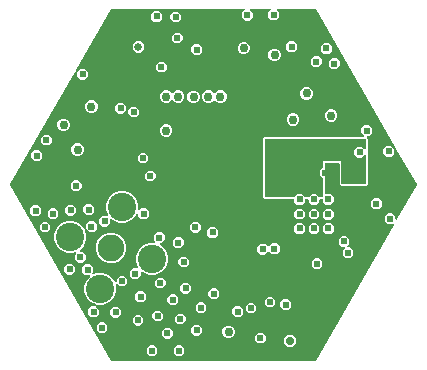
<source format=gbr>
G04 EAGLE Gerber X2 export*
%TF.Part,Single*%
%TF.FileFunction,Copper,L3,Inr,Mixed*%
%TF.FilePolarity,Positive*%
%TF.GenerationSoftware,Autodesk,EAGLE,8.6.3*%
%TF.CreationDate,2018-03-24T11:36:11Z*%
G75*
%MOMM*%
%FSLAX34Y34*%
%LPD*%
%AMOC8*
5,1,8,0,0,1.08239X$1,22.5*%
G01*
%ADD10C,2.400000*%
%ADD11C,2.250000*%
%ADD12C,0.762000*%
%ADD13C,0.609600*%
%ADD14C,0.660400*%
%ADD15C,0.711200*%

G36*
X258855Y755D02*
X258855Y755D01*
X258859Y755D01*
X258987Y775D01*
X259114Y795D01*
X259118Y796D01*
X259121Y797D01*
X259238Y854D01*
X259354Y910D01*
X259356Y913D01*
X259360Y914D01*
X259369Y925D01*
X259548Y1092D01*
X259590Y1166D01*
X259621Y1199D01*
X325848Y115912D01*
X325855Y115928D01*
X325865Y115942D01*
X325903Y116052D01*
X325945Y116160D01*
X325947Y116177D01*
X325952Y116193D01*
X325956Y116309D01*
X325965Y116425D01*
X325961Y116442D01*
X325962Y116459D01*
X325931Y116571D01*
X325905Y116684D01*
X325896Y116699D01*
X325892Y116715D01*
X325829Y116813D01*
X325771Y116913D01*
X325758Y116925D01*
X325749Y116940D01*
X325660Y117015D01*
X325575Y117093D01*
X325560Y117100D01*
X325546Y117112D01*
X325439Y117157D01*
X325335Y117207D01*
X325318Y117209D01*
X325302Y117216D01*
X325186Y117228D01*
X325072Y117244D01*
X325055Y117242D01*
X325037Y117244D01*
X324924Y117221D01*
X324809Y117202D01*
X324794Y117195D01*
X324777Y117191D01*
X324742Y117169D01*
X324571Y117085D01*
X324518Y117027D01*
X324451Y116984D01*
X324446Y116979D01*
X320658Y116979D01*
X317979Y119658D01*
X317979Y123446D01*
X320658Y126125D01*
X324446Y126125D01*
X327125Y123446D01*
X327125Y121438D01*
X327130Y121404D01*
X327127Y121369D01*
X327150Y121273D01*
X327165Y121175D01*
X327180Y121144D01*
X327187Y121110D01*
X327237Y121025D01*
X327280Y120936D01*
X327304Y120910D01*
X327321Y120881D01*
X327394Y120814D01*
X327462Y120741D01*
X327492Y120724D01*
X327517Y120701D01*
X327606Y120659D01*
X327692Y120609D01*
X327726Y120602D01*
X327757Y120587D01*
X327855Y120573D01*
X327952Y120552D01*
X327986Y120554D01*
X328020Y120550D01*
X328118Y120565D01*
X328217Y120573D01*
X328249Y120586D01*
X328283Y120592D01*
X328372Y120635D01*
X328464Y120672D01*
X328490Y120694D01*
X328521Y120709D01*
X328557Y120748D01*
X328670Y120840D01*
X328746Y120955D01*
X328782Y120994D01*
X345272Y149556D01*
X345274Y149559D01*
X345276Y149562D01*
X345299Y149624D01*
X345320Y149660D01*
X345330Y149702D01*
X345369Y149803D01*
X345369Y149807D01*
X345371Y149811D01*
X345378Y149919D01*
X345378Y149920D01*
X345378Y149921D01*
X345379Y149939D01*
X345388Y150069D01*
X345388Y150072D01*
X345388Y150076D01*
X345384Y150089D01*
X345329Y150327D01*
X345286Y150401D01*
X345272Y150444D01*
X327766Y180766D01*
X327745Y180793D01*
X327730Y180824D01*
X327662Y180897D01*
X327600Y180974D01*
X327572Y180993D01*
X327548Y181018D01*
X327462Y181068D01*
X327380Y181123D01*
X327347Y181133D01*
X327340Y181137D01*
X327342Y181165D01*
X327354Y181282D01*
X327351Y181299D01*
X327352Y181316D01*
X327340Y181356D01*
X327302Y181542D01*
X327260Y181609D01*
X327236Y181684D01*
X259621Y298801D01*
X259618Y298804D01*
X259617Y298808D01*
X259535Y298908D01*
X259455Y299009D01*
X259452Y299011D01*
X259449Y299014D01*
X259340Y299087D01*
X259235Y299158D01*
X259231Y299159D01*
X259228Y299161D01*
X259214Y299164D01*
X258981Y299236D01*
X258896Y299235D01*
X258851Y299245D01*
X227384Y299245D01*
X227333Y299238D01*
X227281Y299239D01*
X227202Y299218D01*
X227121Y299205D01*
X227075Y299183D01*
X227025Y299169D01*
X226956Y299125D01*
X226882Y299090D01*
X226844Y299055D01*
X226801Y299027D01*
X226747Y298964D01*
X226688Y298908D01*
X226662Y298864D01*
X226628Y298824D01*
X226596Y298749D01*
X226556Y298678D01*
X226544Y298627D01*
X226524Y298580D01*
X226516Y298498D01*
X226498Y298418D01*
X226502Y298367D01*
X226497Y298315D01*
X226513Y298235D01*
X226519Y298153D01*
X226539Y298105D01*
X226549Y298055D01*
X226576Y298011D01*
X226618Y297906D01*
X226731Y297767D01*
X226756Y297729D01*
X228573Y295912D01*
X228573Y292124D01*
X225894Y289445D01*
X222106Y289445D01*
X219427Y292124D01*
X219427Y295912D01*
X221244Y297729D01*
X221269Y297762D01*
X221274Y297767D01*
X221277Y297773D01*
X221312Y297806D01*
X221353Y297877D01*
X221402Y297943D01*
X221419Y297992D01*
X221444Y298036D01*
X221462Y298116D01*
X221489Y298194D01*
X221491Y298246D01*
X221502Y298296D01*
X221496Y298378D01*
X221498Y298460D01*
X221485Y298509D01*
X221481Y298561D01*
X221450Y298637D01*
X221428Y298716D01*
X221401Y298760D01*
X221382Y298808D01*
X221330Y298871D01*
X221286Y298940D01*
X221247Y298974D01*
X221214Y299014D01*
X221146Y299059D01*
X221083Y299112D01*
X221036Y299133D01*
X220993Y299161D01*
X220942Y299173D01*
X220839Y299217D01*
X220660Y299235D01*
X220616Y299245D01*
X205032Y299245D01*
X204981Y299238D01*
X204929Y299239D01*
X204850Y299218D01*
X204769Y299205D01*
X204723Y299183D01*
X204673Y299169D01*
X204604Y299125D01*
X204530Y299090D01*
X204492Y299055D01*
X204449Y299027D01*
X204395Y298964D01*
X204336Y298908D01*
X204310Y298864D01*
X204276Y298824D01*
X204244Y298749D01*
X204204Y298678D01*
X204192Y298627D01*
X204172Y298580D01*
X204164Y298498D01*
X204146Y298418D01*
X204150Y298367D01*
X204145Y298315D01*
X204161Y298235D01*
X204167Y298153D01*
X204187Y298105D01*
X204197Y298055D01*
X204224Y298011D01*
X204266Y297906D01*
X204379Y297767D01*
X204404Y297729D01*
X206475Y295658D01*
X206475Y291870D01*
X203796Y289191D01*
X200008Y289191D01*
X197329Y291870D01*
X197329Y295658D01*
X199400Y297729D01*
X199425Y297762D01*
X199430Y297767D01*
X199433Y297773D01*
X199468Y297806D01*
X199509Y297877D01*
X199558Y297943D01*
X199575Y297992D01*
X199600Y298036D01*
X199618Y298116D01*
X199645Y298194D01*
X199647Y298246D01*
X199658Y298296D01*
X199652Y298378D01*
X199654Y298460D01*
X199641Y298509D01*
X199637Y298561D01*
X199606Y298637D01*
X199584Y298716D01*
X199557Y298760D01*
X199538Y298808D01*
X199486Y298871D01*
X199442Y298940D01*
X199403Y298974D01*
X199370Y299014D01*
X199302Y299059D01*
X199239Y299112D01*
X199192Y299133D01*
X199149Y299161D01*
X199098Y299173D01*
X198995Y299217D01*
X198816Y299235D01*
X198772Y299245D01*
X87549Y299245D01*
X87545Y299245D01*
X87541Y299245D01*
X87413Y299225D01*
X87286Y299205D01*
X87282Y299204D01*
X87279Y299203D01*
X87162Y299146D01*
X87046Y299090D01*
X87044Y299087D01*
X87040Y299086D01*
X87031Y299075D01*
X86852Y298908D01*
X86830Y298870D01*
X86809Y298834D01*
X86779Y298801D01*
X56981Y247187D01*
X56975Y247171D01*
X56964Y247157D01*
X56926Y247048D01*
X56884Y246940D01*
X56883Y246922D01*
X56877Y246906D01*
X56873Y246790D01*
X56865Y246675D01*
X56868Y246658D01*
X56868Y246640D01*
X56898Y246528D01*
X56924Y246416D01*
X56933Y246401D01*
X56938Y246384D01*
X56977Y246322D01*
X56890Y246308D01*
X56791Y246300D01*
X56759Y246287D01*
X56725Y246281D01*
X56636Y246238D01*
X56544Y246201D01*
X56518Y246179D01*
X56487Y246164D01*
X56451Y246125D01*
X56338Y246033D01*
X56262Y245918D01*
X56226Y245879D01*
X1128Y150444D01*
X1126Y150441D01*
X1124Y150438D01*
X1078Y150318D01*
X1031Y150197D01*
X1031Y150193D01*
X1029Y150189D01*
X1021Y150061D01*
X1012Y149932D01*
X1012Y149928D01*
X1012Y149924D01*
X1016Y149911D01*
X1042Y149801D01*
X1044Y149777D01*
X1052Y149756D01*
X1071Y149673D01*
X1114Y149599D01*
X1128Y149556D01*
X86779Y1199D01*
X86782Y1196D01*
X86783Y1192D01*
X86865Y1091D01*
X86945Y991D01*
X86948Y989D01*
X86951Y986D01*
X87060Y913D01*
X87165Y842D01*
X87169Y841D01*
X87172Y839D01*
X87186Y836D01*
X87419Y764D01*
X87504Y765D01*
X87549Y755D01*
X258851Y755D01*
X258855Y755D01*
G37*
%LPC*%
G36*
X244204Y133235D02*
X244204Y133235D01*
X241525Y135914D01*
X241525Y137173D01*
X241510Y137275D01*
X241502Y137377D01*
X241490Y137405D01*
X241485Y137436D01*
X241441Y137528D01*
X241403Y137624D01*
X241383Y137647D01*
X241370Y137675D01*
X241300Y137750D01*
X241235Y137830D01*
X241209Y137847D01*
X241188Y137869D01*
X241099Y137920D01*
X241014Y137977D01*
X240990Y137983D01*
X240958Y138001D01*
X240698Y138059D01*
X240660Y138056D01*
X240637Y138061D01*
X216195Y138061D01*
X214855Y139401D01*
X214855Y189047D01*
X216195Y190387D01*
X299970Y190387D01*
X300021Y190394D01*
X300073Y190393D01*
X300152Y190414D01*
X300233Y190427D01*
X300279Y190449D01*
X300329Y190463D01*
X300398Y190507D01*
X300472Y190542D01*
X300510Y190577D01*
X300553Y190605D01*
X300607Y190668D01*
X300666Y190724D01*
X300692Y190768D01*
X300726Y190808D01*
X300758Y190883D01*
X300798Y190954D01*
X300810Y191005D01*
X300830Y191052D01*
X300838Y191134D01*
X300856Y191214D01*
X300852Y191265D01*
X300857Y191317D01*
X300841Y191397D01*
X300835Y191479D01*
X300815Y191527D01*
X300805Y191577D01*
X300778Y191621D01*
X300736Y191726D01*
X300623Y191865D01*
X300598Y191903D01*
X298421Y194080D01*
X298421Y197868D01*
X301100Y200547D01*
X304888Y200547D01*
X307567Y197868D01*
X307567Y194080D01*
X304888Y191401D01*
X303547Y191401D01*
X303496Y191394D01*
X303444Y191395D01*
X303365Y191374D01*
X303284Y191361D01*
X303238Y191339D01*
X303188Y191325D01*
X303119Y191281D01*
X303045Y191246D01*
X303007Y191211D01*
X302964Y191183D01*
X302911Y191120D01*
X302851Y191064D01*
X302825Y191020D01*
X302792Y190980D01*
X302759Y190905D01*
X302719Y190834D01*
X302707Y190783D01*
X302687Y190736D01*
X302679Y190654D01*
X302661Y190574D01*
X302665Y190523D01*
X302660Y190471D01*
X302676Y190391D01*
X302683Y190309D01*
X302702Y190261D01*
X302712Y190211D01*
X302740Y190167D01*
X302782Y190062D01*
X302895Y189923D01*
X302919Y189885D01*
X303757Y189047D01*
X303757Y150577D01*
X302417Y149237D01*
X281219Y149237D01*
X279879Y150577D01*
X279879Y167653D01*
X279864Y167755D01*
X279856Y167857D01*
X279844Y167885D01*
X279839Y167916D01*
X279795Y168008D01*
X279757Y168104D01*
X279737Y168127D01*
X279724Y168155D01*
X279654Y168230D01*
X279589Y168310D01*
X279563Y168327D01*
X279542Y168349D01*
X279453Y168400D01*
X279368Y168457D01*
X279344Y168463D01*
X279312Y168481D01*
X279052Y168539D01*
X279014Y168536D01*
X278991Y168541D01*
X268323Y168541D01*
X268221Y168526D01*
X268119Y168518D01*
X268091Y168506D01*
X268060Y168501D01*
X267968Y168457D01*
X267872Y168419D01*
X267849Y168399D01*
X267821Y168386D01*
X267746Y168316D01*
X267666Y168251D01*
X267649Y168225D01*
X267627Y168204D01*
X267576Y168115D01*
X267519Y168030D01*
X267513Y168006D01*
X267495Y167974D01*
X267437Y167714D01*
X267440Y167676D01*
X267435Y167653D01*
X267435Y143269D01*
X267450Y143167D01*
X267458Y143065D01*
X267470Y143037D01*
X267475Y143006D01*
X267519Y142914D01*
X267557Y142818D01*
X267577Y142795D01*
X267590Y142767D01*
X267660Y142692D01*
X267725Y142612D01*
X267751Y142595D01*
X267772Y142573D01*
X267861Y142522D01*
X267946Y142465D01*
X267970Y142459D01*
X268002Y142441D01*
X268262Y142383D01*
X268300Y142386D01*
X268323Y142381D01*
X272122Y142381D01*
X274801Y139702D01*
X274801Y135914D01*
X272122Y133235D01*
X268334Y133235D01*
X265655Y135914D01*
X265655Y137173D01*
X265640Y137275D01*
X265632Y137377D01*
X265620Y137405D01*
X265615Y137436D01*
X265571Y137528D01*
X265533Y137624D01*
X265513Y137647D01*
X265500Y137675D01*
X265430Y137750D01*
X265365Y137830D01*
X265339Y137847D01*
X265318Y137869D01*
X265229Y137920D01*
X265144Y137977D01*
X265120Y137983D01*
X265088Y138001D01*
X264828Y138059D01*
X264790Y138056D01*
X264767Y138061D01*
X263751Y138061D01*
X263649Y138046D01*
X263547Y138038D01*
X263519Y138026D01*
X263488Y138021D01*
X263396Y137977D01*
X263300Y137939D01*
X263277Y137919D01*
X263249Y137906D01*
X263174Y137836D01*
X263094Y137771D01*
X263077Y137745D01*
X263055Y137724D01*
X263004Y137635D01*
X262947Y137550D01*
X262941Y137526D01*
X262923Y137494D01*
X262865Y137234D01*
X262868Y137196D01*
X262863Y137173D01*
X262863Y135914D01*
X260184Y133235D01*
X256396Y133235D01*
X253717Y135914D01*
X253717Y137173D01*
X253702Y137275D01*
X253694Y137377D01*
X253682Y137405D01*
X253677Y137436D01*
X253633Y137528D01*
X253595Y137624D01*
X253575Y137647D01*
X253562Y137675D01*
X253492Y137750D01*
X253427Y137830D01*
X253401Y137847D01*
X253380Y137869D01*
X253291Y137920D01*
X253206Y137977D01*
X253182Y137983D01*
X253150Y138001D01*
X252890Y138059D01*
X252852Y138056D01*
X252829Y138061D01*
X251559Y138061D01*
X251457Y138046D01*
X251355Y138038D01*
X251327Y138026D01*
X251296Y138021D01*
X251204Y137977D01*
X251108Y137939D01*
X251085Y137919D01*
X251057Y137906D01*
X250982Y137836D01*
X250902Y137771D01*
X250885Y137745D01*
X250863Y137724D01*
X250812Y137635D01*
X250755Y137550D01*
X250749Y137526D01*
X250731Y137494D01*
X250673Y137234D01*
X250676Y137196D01*
X250671Y137173D01*
X250671Y135914D01*
X247992Y133235D01*
X244204Y133235D01*
G37*
%LPD*%
G36*
X241185Y139602D02*
X241185Y139602D01*
X241276Y139609D01*
X241305Y139621D01*
X241337Y139627D01*
X241418Y139669D01*
X241502Y139705D01*
X241534Y139731D01*
X241555Y139742D01*
X241577Y139765D01*
X241633Y139810D01*
X244204Y142381D01*
X247992Y142381D01*
X250563Y139810D01*
X250637Y139757D01*
X250707Y139697D01*
X250737Y139685D01*
X250763Y139666D01*
X250850Y139639D01*
X250935Y139605D01*
X250976Y139601D01*
X250998Y139594D01*
X251030Y139595D01*
X251101Y139587D01*
X253287Y139587D01*
X253377Y139602D01*
X253468Y139609D01*
X253497Y139621D01*
X253529Y139627D01*
X253610Y139669D01*
X253694Y139705D01*
X253726Y139731D01*
X253747Y139742D01*
X253769Y139765D01*
X253825Y139810D01*
X256396Y142381D01*
X260184Y142381D01*
X262755Y139810D01*
X262829Y139757D01*
X262899Y139697D01*
X262929Y139685D01*
X262955Y139666D01*
X263042Y139639D01*
X263127Y139605D01*
X263168Y139601D01*
X263190Y139594D01*
X263222Y139595D01*
X263293Y139587D01*
X265148Y139587D01*
X265168Y139590D01*
X265187Y139588D01*
X265289Y139610D01*
X265391Y139627D01*
X265408Y139636D01*
X265428Y139640D01*
X265517Y139693D01*
X265608Y139742D01*
X265622Y139756D01*
X265639Y139766D01*
X265706Y139845D01*
X265778Y139920D01*
X265786Y139938D01*
X265799Y139953D01*
X265838Y140049D01*
X265881Y140143D01*
X265883Y140163D01*
X265891Y140181D01*
X265909Y140348D01*
X265909Y155665D01*
X265895Y155755D01*
X265887Y155846D01*
X265875Y155875D01*
X265870Y155907D01*
X265827Y155988D01*
X265791Y156072D01*
X265765Y156104D01*
X265754Y156125D01*
X265731Y156147D01*
X265686Y156203D01*
X263369Y158520D01*
X263369Y162308D01*
X265686Y164625D01*
X265739Y164699D01*
X265799Y164769D01*
X265811Y164799D01*
X265830Y164825D01*
X265857Y164912D01*
X265891Y164997D01*
X265895Y165038D01*
X265902Y165060D01*
X265901Y165092D01*
X265909Y165163D01*
X265909Y170067D01*
X281405Y170067D01*
X281405Y151524D01*
X281408Y151504D01*
X281406Y151485D01*
X281428Y151383D01*
X281445Y151281D01*
X281454Y151264D01*
X281458Y151244D01*
X281511Y151155D01*
X281560Y151064D01*
X281574Y151050D01*
X281584Y151033D01*
X281663Y150966D01*
X281738Y150895D01*
X281756Y150886D01*
X281771Y150873D01*
X281867Y150834D01*
X281961Y150791D01*
X281981Y150789D01*
X281999Y150781D01*
X282166Y150763D01*
X301470Y150763D01*
X301490Y150766D01*
X301509Y150764D01*
X301611Y150786D01*
X301713Y150803D01*
X301730Y150812D01*
X301750Y150816D01*
X301839Y150869D01*
X301930Y150918D01*
X301944Y150932D01*
X301961Y150942D01*
X302028Y151021D01*
X302100Y151096D01*
X302108Y151114D01*
X302121Y151129D01*
X302160Y151225D01*
X302203Y151319D01*
X302205Y151339D01*
X302213Y151357D01*
X302231Y151524D01*
X302231Y174715D01*
X302220Y174785D01*
X302218Y174857D01*
X302200Y174906D01*
X302192Y174957D01*
X302158Y175021D01*
X302133Y175088D01*
X302101Y175129D01*
X302076Y175175D01*
X302025Y175224D01*
X301980Y175280D01*
X301936Y175308D01*
X301898Y175344D01*
X301833Y175374D01*
X301773Y175413D01*
X301722Y175426D01*
X301675Y175448D01*
X301604Y175456D01*
X301534Y175473D01*
X301482Y175469D01*
X301431Y175475D01*
X301360Y175460D01*
X301289Y175454D01*
X301241Y175434D01*
X301190Y175423D01*
X301129Y175386D01*
X301063Y175358D01*
X301007Y175313D01*
X300979Y175296D01*
X300964Y175279D01*
X300932Y175253D01*
X298792Y173113D01*
X295004Y173113D01*
X292325Y175792D01*
X292325Y179580D01*
X295004Y182259D01*
X298792Y182259D01*
X300932Y180119D01*
X300990Y180077D01*
X301042Y180028D01*
X301089Y180006D01*
X301131Y179976D01*
X301200Y179955D01*
X301265Y179924D01*
X301317Y179919D01*
X301367Y179903D01*
X301438Y179905D01*
X301509Y179897D01*
X301560Y179908D01*
X301612Y179910D01*
X301680Y179934D01*
X301750Y179949D01*
X301794Y179976D01*
X301843Y179994D01*
X301899Y180039D01*
X301961Y180076D01*
X301995Y180115D01*
X302035Y180148D01*
X302074Y180208D01*
X302121Y180263D01*
X302140Y180311D01*
X302168Y180355D01*
X302186Y180424D01*
X302213Y180491D01*
X302221Y180562D01*
X302229Y180593D01*
X302227Y180616D01*
X302231Y180657D01*
X302231Y188100D01*
X302228Y188120D01*
X302230Y188139D01*
X302208Y188241D01*
X302192Y188343D01*
X302182Y188360D01*
X302178Y188380D01*
X302125Y188469D01*
X302076Y188560D01*
X302062Y188574D01*
X302052Y188591D01*
X301973Y188658D01*
X301898Y188730D01*
X301880Y188738D01*
X301865Y188751D01*
X301769Y188790D01*
X301675Y188833D01*
X301655Y188835D01*
X301637Y188843D01*
X301470Y188861D01*
X217142Y188861D01*
X217122Y188858D01*
X217103Y188860D01*
X217001Y188838D01*
X216899Y188822D01*
X216882Y188812D01*
X216862Y188808D01*
X216773Y188755D01*
X216682Y188706D01*
X216668Y188692D01*
X216651Y188682D01*
X216584Y188603D01*
X216513Y188528D01*
X216504Y188510D01*
X216491Y188495D01*
X216452Y188399D01*
X216409Y188305D01*
X216407Y188285D01*
X216399Y188267D01*
X216381Y188100D01*
X216381Y140348D01*
X216384Y140328D01*
X216382Y140309D01*
X216404Y140207D01*
X216421Y140105D01*
X216430Y140088D01*
X216434Y140068D01*
X216487Y139979D01*
X216536Y139888D01*
X216550Y139874D01*
X216560Y139857D01*
X216639Y139790D01*
X216714Y139719D01*
X216732Y139710D01*
X216747Y139697D01*
X216843Y139658D01*
X216937Y139615D01*
X216957Y139613D01*
X216975Y139605D01*
X217142Y139587D01*
X241095Y139587D01*
X241185Y139602D01*
G37*
%LPC*%
G36*
X105012Y70243D02*
X105012Y70243D01*
X102333Y72922D01*
X102333Y76710D01*
X105012Y79389D01*
X108618Y79389D01*
X108628Y79390D01*
X108638Y79389D01*
X108759Y79410D01*
X108880Y79429D01*
X108890Y79433D01*
X108900Y79435D01*
X109009Y79491D01*
X109120Y79544D01*
X109128Y79552D01*
X109137Y79556D01*
X109224Y79642D01*
X109314Y79726D01*
X109319Y79735D01*
X109327Y79742D01*
X109385Y79850D01*
X109446Y79956D01*
X109448Y79967D01*
X109453Y79976D01*
X109477Y80096D01*
X109504Y80216D01*
X109503Y80226D01*
X109505Y80237D01*
X109500Y80267D01*
X109482Y80481D01*
X109447Y80570D01*
X109438Y80617D01*
X107758Y84673D01*
X107758Y90053D01*
X109817Y95024D01*
X113622Y98829D01*
X118593Y100888D01*
X123023Y100888D01*
X123074Y100895D01*
X123126Y100894D01*
X123205Y100915D01*
X123286Y100927D01*
X123332Y100950D01*
X123382Y100963D01*
X123451Y101008D01*
X123525Y101043D01*
X123563Y101078D01*
X123607Y101106D01*
X123660Y101169D01*
X123720Y101225D01*
X123745Y101269D01*
X123779Y101309D01*
X123811Y101384D01*
X123851Y101455D01*
X123863Y101506D01*
X123883Y101553D01*
X123891Y101635D01*
X123909Y101715D01*
X123905Y101766D01*
X123910Y101818D01*
X123894Y101898D01*
X123888Y101980D01*
X123868Y102028D01*
X123858Y102078D01*
X123831Y102122D01*
X123789Y102226D01*
X123676Y102366D01*
X123651Y102404D01*
X122653Y103402D01*
X122653Y107190D01*
X125332Y109869D01*
X129120Y109869D01*
X131799Y107190D01*
X131799Y103402D01*
X129120Y100723D01*
X128836Y100723D01*
X128744Y100709D01*
X128652Y100704D01*
X128613Y100690D01*
X128573Y100683D01*
X128490Y100643D01*
X128403Y100611D01*
X128371Y100586D01*
X128334Y100568D01*
X128266Y100505D01*
X128193Y100448D01*
X128169Y100414D01*
X128139Y100386D01*
X128093Y100306D01*
X128040Y100231D01*
X128028Y100191D01*
X128007Y100156D01*
X127987Y100065D01*
X127959Y99978D01*
X127958Y99936D01*
X127949Y99896D01*
X127957Y99804D01*
X127956Y99712D01*
X127968Y99672D01*
X127971Y99631D01*
X128005Y99546D01*
X128032Y99457D01*
X128055Y99423D01*
X128070Y99384D01*
X128128Y99313D01*
X128180Y99236D01*
X128205Y99218D01*
X128238Y99178D01*
X128459Y99031D01*
X128479Y99026D01*
X128496Y99014D01*
X128944Y98829D01*
X132749Y95024D01*
X134808Y90053D01*
X134808Y84673D01*
X132749Y79702D01*
X128944Y75897D01*
X123973Y73838D01*
X118593Y73838D01*
X113622Y75897D01*
X112995Y76524D01*
X112954Y76555D01*
X112918Y76592D01*
X112847Y76633D01*
X112781Y76682D01*
X112732Y76699D01*
X112688Y76724D01*
X112608Y76742D01*
X112530Y76769D01*
X112478Y76771D01*
X112428Y76782D01*
X112346Y76775D01*
X112264Y76778D01*
X112215Y76765D01*
X112163Y76761D01*
X112087Y76730D01*
X112008Y76708D01*
X111964Y76681D01*
X111916Y76662D01*
X111853Y76610D01*
X111784Y76566D01*
X111750Y76527D01*
X111710Y76494D01*
X111665Y76426D01*
X111612Y76363D01*
X111591Y76316D01*
X111563Y76273D01*
X111551Y76222D01*
X111507Y76119D01*
X111489Y75940D01*
X111479Y75896D01*
X111479Y72922D01*
X108800Y70243D01*
X105012Y70243D01*
G37*
%LPD*%
%LPC*%
G36*
X79104Y114693D02*
X79104Y114693D01*
X76425Y117372D01*
X76425Y121160D01*
X79104Y123839D01*
X83029Y123839D01*
X83039Y123840D01*
X83050Y123839D01*
X83170Y123860D01*
X83292Y123879D01*
X83301Y123883D01*
X83311Y123885D01*
X83420Y123941D01*
X83531Y123994D01*
X83539Y124001D01*
X83548Y124006D01*
X83636Y124092D01*
X83725Y124176D01*
X83730Y124185D01*
X83738Y124192D01*
X83797Y124300D01*
X83857Y124406D01*
X83859Y124417D01*
X83865Y124426D01*
X83888Y124546D01*
X83915Y124666D01*
X83914Y124676D01*
X83916Y124687D01*
X83911Y124717D01*
X83893Y124931D01*
X83858Y125019D01*
X83849Y125067D01*
X82358Y128667D01*
X82358Y134047D01*
X84417Y139018D01*
X88222Y142823D01*
X93193Y144882D01*
X98573Y144882D01*
X103544Y142823D01*
X107349Y139018D01*
X109408Y134047D01*
X109408Y129617D01*
X109415Y129566D01*
X109414Y129514D01*
X109435Y129435D01*
X109448Y129354D01*
X109470Y129308D01*
X109484Y129258D01*
X109528Y129189D01*
X109563Y129115D01*
X109599Y129077D01*
X109626Y129034D01*
X109689Y128980D01*
X109745Y128921D01*
X109789Y128895D01*
X109829Y128862D01*
X109904Y128829D01*
X109975Y128789D01*
X110026Y128777D01*
X110073Y128757D01*
X110155Y128749D01*
X110235Y128731D01*
X110286Y128735D01*
X110338Y128730D01*
X110418Y128746D01*
X110500Y128752D01*
X110548Y128772D01*
X110598Y128782D01*
X110642Y128809D01*
X110747Y128851D01*
X110886Y128964D01*
X110924Y128989D01*
X112124Y130189D01*
X115912Y130189D01*
X118591Y127510D01*
X118591Y123722D01*
X115912Y121043D01*
X112124Y121043D01*
X109445Y123722D01*
X109445Y124292D01*
X109431Y124383D01*
X109426Y124475D01*
X109412Y124514D01*
X109405Y124555D01*
X109365Y124638D01*
X109333Y124724D01*
X109308Y124757D01*
X109290Y124794D01*
X109227Y124862D01*
X109170Y124935D01*
X109137Y124958D01*
X109108Y124988D01*
X109028Y125034D01*
X108953Y125087D01*
X108913Y125100D01*
X108878Y125120D01*
X108787Y125140D01*
X108700Y125169D01*
X108658Y125169D01*
X108618Y125178D01*
X108526Y125171D01*
X108434Y125172D01*
X108394Y125160D01*
X108353Y125156D01*
X108268Y125122D01*
X108179Y125096D01*
X108145Y125073D01*
X108106Y125057D01*
X108035Y124999D01*
X107958Y124948D01*
X107940Y124922D01*
X107900Y124890D01*
X107753Y124669D01*
X107748Y124649D01*
X107736Y124632D01*
X107349Y123696D01*
X103544Y119891D01*
X98573Y117832D01*
X93193Y117832D01*
X88222Y119891D01*
X87087Y121026D01*
X87046Y121057D01*
X87010Y121095D01*
X86939Y121135D01*
X86873Y121184D01*
X86824Y121201D01*
X86780Y121226D01*
X86700Y121244D01*
X86622Y121271D01*
X86570Y121273D01*
X86520Y121284D01*
X86438Y121278D01*
X86356Y121280D01*
X86307Y121267D01*
X86255Y121263D01*
X86179Y121232D01*
X86100Y121211D01*
X86056Y121183D01*
X86008Y121164D01*
X85945Y121112D01*
X85876Y121068D01*
X85842Y121029D01*
X85802Y120996D01*
X85757Y120928D01*
X85704Y120865D01*
X85683Y120818D01*
X85655Y120775D01*
X85643Y120725D01*
X85599Y120621D01*
X85581Y120443D01*
X85571Y120398D01*
X85571Y117372D01*
X82892Y114693D01*
X79104Y114693D01*
G37*
%LPD*%
%LPC*%
G36*
X74593Y48438D02*
X74593Y48438D01*
X74517Y48457D01*
X74430Y48487D01*
X74389Y48489D01*
X74349Y48499D01*
X74256Y48493D01*
X74164Y48497D01*
X74124Y48486D01*
X74083Y48483D01*
X74053Y48472D01*
X73997Y48541D01*
X73946Y48618D01*
X73920Y48636D01*
X73888Y48676D01*
X73667Y48823D01*
X73646Y48828D01*
X73630Y48840D01*
X69628Y50497D01*
X65823Y54302D01*
X63764Y59273D01*
X63764Y64653D01*
X65823Y69624D01*
X68228Y72029D01*
X68259Y72070D01*
X68296Y72106D01*
X68337Y72177D01*
X68386Y72243D01*
X68403Y72292D01*
X68428Y72336D01*
X68446Y72416D01*
X68473Y72494D01*
X68475Y72546D01*
X68486Y72596D01*
X68480Y72678D01*
X68482Y72760D01*
X68469Y72809D01*
X68465Y72861D01*
X68434Y72937D01*
X68412Y73016D01*
X68385Y73060D01*
X68366Y73108D01*
X68314Y73171D01*
X68270Y73240D01*
X68231Y73274D01*
X68198Y73314D01*
X68130Y73359D01*
X68067Y73412D01*
X68020Y73433D01*
X67977Y73461D01*
X67926Y73473D01*
X67823Y73517D01*
X67644Y73535D01*
X67600Y73545D01*
X64626Y73545D01*
X61947Y76224D01*
X61947Y80012D01*
X64626Y82691D01*
X68414Y82691D01*
X71093Y80012D01*
X71093Y76224D01*
X70514Y75646D01*
X70460Y75571D01*
X70398Y75502D01*
X70381Y75465D01*
X70357Y75432D01*
X70326Y75344D01*
X70288Y75260D01*
X70283Y75219D01*
X70269Y75181D01*
X70266Y75088D01*
X70254Y74997D01*
X70262Y74956D01*
X70260Y74915D01*
X70284Y74826D01*
X70300Y74735D01*
X70319Y74698D01*
X70330Y74658D01*
X70380Y74580D01*
X70422Y74498D01*
X70450Y74469D01*
X70473Y74434D01*
X70543Y74374D01*
X70608Y74308D01*
X70644Y74289D01*
X70675Y74262D01*
X70760Y74226D01*
X70841Y74182D01*
X70882Y74174D01*
X70920Y74158D01*
X71012Y74148D01*
X71102Y74130D01*
X71133Y74135D01*
X71184Y74130D01*
X71445Y74182D01*
X71462Y74193D01*
X71482Y74197D01*
X74599Y75488D01*
X79979Y75488D01*
X84950Y73429D01*
X88755Y69624D01*
X89448Y67949D01*
X89496Y67870D01*
X89536Y67787D01*
X89564Y67757D01*
X89586Y67722D01*
X89655Y67660D01*
X89718Y67593D01*
X89753Y67572D01*
X89784Y67545D01*
X89868Y67507D01*
X89948Y67461D01*
X89989Y67452D01*
X90026Y67435D01*
X90118Y67423D01*
X90208Y67403D01*
X90249Y67406D01*
X90290Y67401D01*
X90381Y67417D01*
X90473Y67425D01*
X90511Y67440D01*
X90552Y67447D01*
X90634Y67489D01*
X90720Y67524D01*
X90752Y67550D01*
X90788Y67568D01*
X90854Y67633D01*
X90926Y67691D01*
X90949Y67726D01*
X90978Y67754D01*
X91022Y67835D01*
X91073Y67912D01*
X91080Y67943D01*
X91105Y67988D01*
X91156Y68249D01*
X91153Y68269D01*
X91157Y68289D01*
X91157Y70614D01*
X93836Y73293D01*
X97624Y73293D01*
X100303Y70614D01*
X100303Y66826D01*
X97624Y64147D01*
X93836Y64147D01*
X92192Y65791D01*
X92118Y65846D01*
X92049Y65908D01*
X92011Y65925D01*
X91978Y65949D01*
X91891Y65979D01*
X91807Y66018D01*
X91766Y66023D01*
X91727Y66036D01*
X91634Y66040D01*
X91543Y66051D01*
X91502Y66044D01*
X91461Y66046D01*
X91372Y66021D01*
X91281Y66005D01*
X91245Y65986D01*
X91205Y65976D01*
X91127Y65926D01*
X91045Y65884D01*
X91015Y65855D01*
X90980Y65833D01*
X90921Y65763D01*
X90855Y65698D01*
X90835Y65662D01*
X90808Y65630D01*
X90772Y65545D01*
X90728Y65464D01*
X90720Y65424D01*
X90704Y65386D01*
X90694Y65294D01*
X90676Y65203D01*
X90682Y65173D01*
X90677Y65122D01*
X90729Y64861D01*
X90740Y64844D01*
X90743Y64823D01*
X90814Y64653D01*
X90814Y59273D01*
X88755Y54302D01*
X84950Y50497D01*
X79979Y48438D01*
X74593Y48438D01*
G37*
%LPD*%
%LPC*%
G36*
X58530Y84213D02*
X58530Y84213D01*
X55851Y86892D01*
X55851Y90680D01*
X56584Y91413D01*
X56639Y91487D01*
X56701Y91557D01*
X56718Y91594D01*
X56742Y91627D01*
X56773Y91714D01*
X56811Y91798D01*
X56816Y91839D01*
X56830Y91878D01*
X56833Y91971D01*
X56844Y92062D01*
X56837Y92103D01*
X56839Y92144D01*
X56814Y92233D01*
X56798Y92324D01*
X56780Y92361D01*
X56769Y92400D01*
X56719Y92478D01*
X56677Y92561D01*
X56648Y92590D01*
X56626Y92625D01*
X56556Y92684D01*
X56491Y92751D01*
X56455Y92770D01*
X56424Y92797D01*
X56339Y92833D01*
X56257Y92877D01*
X56217Y92885D01*
X56179Y92901D01*
X56087Y92911D01*
X55997Y92929D01*
X55966Y92923D01*
X55915Y92929D01*
X55654Y92877D01*
X55637Y92866D01*
X55616Y92862D01*
X54579Y92432D01*
X49199Y92432D01*
X44228Y94491D01*
X40423Y98296D01*
X38364Y103267D01*
X38364Y108647D01*
X40423Y113618D01*
X44228Y117423D01*
X49199Y119482D01*
X54579Y119482D01*
X59550Y117423D01*
X63355Y113618D01*
X63540Y113170D01*
X63570Y113120D01*
X63574Y113112D01*
X63580Y113104D01*
X63588Y113091D01*
X63628Y113007D01*
X63656Y112977D01*
X63678Y112942D01*
X63746Y112881D01*
X63810Y112813D01*
X63846Y112793D01*
X63876Y112765D01*
X63960Y112727D01*
X64040Y112681D01*
X64081Y112672D01*
X64118Y112655D01*
X64210Y112644D01*
X64300Y112623D01*
X64341Y112627D01*
X64382Y112622D01*
X64473Y112638D01*
X64565Y112645D01*
X64603Y112660D01*
X64644Y112668D01*
X64726Y112710D01*
X64812Y112744D01*
X64844Y112770D01*
X64880Y112789D01*
X64946Y112853D01*
X65018Y112912D01*
X65041Y112946D01*
X65070Y112975D01*
X65114Y113056D01*
X65165Y113133D01*
X65172Y113163D01*
X65197Y113209D01*
X65248Y113469D01*
X65245Y113490D01*
X65249Y113510D01*
X65249Y116588D01*
X67928Y119267D01*
X71716Y119267D01*
X74395Y116588D01*
X74395Y112800D01*
X71716Y110121D01*
X67928Y110121D01*
X65751Y112298D01*
X65677Y112353D01*
X65608Y112414D01*
X65570Y112431D01*
X65537Y112456D01*
X65450Y112486D01*
X65366Y112524D01*
X65325Y112530D01*
X65286Y112543D01*
X65194Y112546D01*
X65102Y112558D01*
X65062Y112551D01*
X65020Y112552D01*
X64931Y112528D01*
X64840Y112512D01*
X64804Y112493D01*
X64764Y112482D01*
X64686Y112433D01*
X64604Y112391D01*
X64574Y112362D01*
X64540Y112340D01*
X64480Y112270D01*
X64414Y112205D01*
X64394Y112169D01*
X64368Y112137D01*
X64331Y112052D01*
X64287Y111971D01*
X64279Y111931D01*
X64263Y111893D01*
X64254Y111801D01*
X64236Y111710D01*
X64241Y111680D01*
X64236Y111628D01*
X64288Y111368D01*
X64299Y111350D01*
X64302Y111330D01*
X65414Y108647D01*
X65414Y103267D01*
X63355Y98296D01*
X59934Y94875D01*
X59903Y94834D01*
X59865Y94798D01*
X59825Y94727D01*
X59776Y94661D01*
X59759Y94612D01*
X59734Y94568D01*
X59716Y94488D01*
X59689Y94410D01*
X59687Y94358D01*
X59676Y94308D01*
X59682Y94226D01*
X59680Y94144D01*
X59693Y94095D01*
X59697Y94043D01*
X59728Y93967D01*
X59749Y93888D01*
X59777Y93844D01*
X59796Y93796D01*
X59848Y93733D01*
X59892Y93664D01*
X59931Y93630D01*
X59964Y93590D01*
X60032Y93545D01*
X60095Y93492D01*
X60142Y93471D01*
X60185Y93443D01*
X60235Y93431D01*
X60339Y93387D01*
X60517Y93369D01*
X60562Y93359D01*
X62318Y93359D01*
X64997Y90680D01*
X64997Y86892D01*
X62318Y84213D01*
X58530Y84213D01*
G37*
%LPD*%
%LPC*%
G36*
X84045Y83885D02*
X84045Y83885D01*
X79350Y85830D01*
X75756Y89424D01*
X73811Y94119D01*
X73811Y99201D01*
X75756Y103896D01*
X79350Y107490D01*
X84045Y109435D01*
X89127Y109435D01*
X93822Y107490D01*
X97416Y103896D01*
X99361Y99201D01*
X99361Y94119D01*
X97416Y89424D01*
X93822Y85830D01*
X89127Y83885D01*
X84045Y83885D01*
G37*
%LPD*%
%LPC*%
G36*
X167821Y219341D02*
X167821Y219341D01*
X165860Y220153D01*
X164359Y221654D01*
X163547Y223615D01*
X163547Y225737D01*
X164359Y227698D01*
X165860Y229199D01*
X167821Y230011D01*
X169943Y230011D01*
X171904Y229199D01*
X173334Y227769D01*
X173417Y227708D01*
X173495Y227641D01*
X173523Y227629D01*
X173548Y227611D01*
X173645Y227577D01*
X173739Y227537D01*
X173770Y227534D01*
X173799Y227523D01*
X173902Y227520D01*
X174004Y227509D01*
X174034Y227515D01*
X174065Y227514D01*
X174164Y227541D01*
X174264Y227561D01*
X174285Y227574D01*
X174321Y227584D01*
X174545Y227727D01*
X174570Y227756D01*
X174590Y227769D01*
X176020Y229199D01*
X177981Y230011D01*
X180103Y230011D01*
X182064Y229199D01*
X183565Y227698D01*
X184377Y225737D01*
X184377Y223615D01*
X183565Y221654D01*
X182064Y220153D01*
X180103Y219341D01*
X177981Y219341D01*
X176020Y220153D01*
X174590Y221583D01*
X174507Y221644D01*
X174429Y221711D01*
X174401Y221723D01*
X174376Y221741D01*
X174279Y221775D01*
X174185Y221815D01*
X174154Y221818D01*
X174125Y221829D01*
X174023Y221832D01*
X173920Y221843D01*
X173890Y221837D01*
X173859Y221838D01*
X173760Y221811D01*
X173660Y221791D01*
X173640Y221778D01*
X173603Y221768D01*
X173379Y221625D01*
X173354Y221596D01*
X173334Y221583D01*
X171904Y220153D01*
X169943Y219341D01*
X167821Y219341D01*
G37*
%LPD*%
%LPC*%
G36*
X132007Y219341D02*
X132007Y219341D01*
X130046Y220153D01*
X128545Y221654D01*
X127733Y223615D01*
X127733Y225737D01*
X128545Y227698D01*
X130046Y229199D01*
X132007Y230011D01*
X134129Y230011D01*
X136090Y229199D01*
X137520Y227769D01*
X137603Y227708D01*
X137681Y227641D01*
X137709Y227629D01*
X137734Y227611D01*
X137831Y227577D01*
X137925Y227537D01*
X137956Y227534D01*
X137985Y227523D01*
X138087Y227520D01*
X138190Y227509D01*
X138220Y227515D01*
X138251Y227514D01*
X138350Y227541D01*
X138450Y227561D01*
X138470Y227574D01*
X138507Y227584D01*
X138731Y227727D01*
X138756Y227756D01*
X138776Y227769D01*
X140206Y229199D01*
X142167Y230011D01*
X144289Y230011D01*
X146250Y229199D01*
X147751Y227698D01*
X148563Y225737D01*
X148563Y223615D01*
X147751Y221654D01*
X146250Y220153D01*
X144289Y219341D01*
X142167Y219341D01*
X140206Y220153D01*
X138776Y221583D01*
X138693Y221644D01*
X138615Y221711D01*
X138587Y221723D01*
X138562Y221741D01*
X138465Y221775D01*
X138371Y221815D01*
X138340Y221818D01*
X138311Y221829D01*
X138208Y221832D01*
X138106Y221843D01*
X138076Y221837D01*
X138045Y221838D01*
X137946Y221811D01*
X137846Y221791D01*
X137825Y221778D01*
X137789Y221768D01*
X137565Y221625D01*
X137540Y221596D01*
X137520Y221583D01*
X136090Y220153D01*
X134129Y219341D01*
X132007Y219341D01*
G37*
%LPD*%
%LPC*%
G36*
X212962Y91071D02*
X212962Y91071D01*
X210283Y93750D01*
X210283Y97538D01*
X212962Y100217D01*
X216750Y100217D01*
X219054Y97913D01*
X219137Y97852D01*
X219215Y97786D01*
X219243Y97773D01*
X219268Y97755D01*
X219365Y97721D01*
X219459Y97681D01*
X219490Y97678D01*
X219519Y97668D01*
X219621Y97664D01*
X219724Y97654D01*
X219754Y97660D01*
X219785Y97659D01*
X219884Y97686D01*
X219984Y97706D01*
X220004Y97719D01*
X220041Y97729D01*
X220265Y97871D01*
X220290Y97900D01*
X220310Y97913D01*
X222868Y100471D01*
X226656Y100471D01*
X229335Y97792D01*
X229335Y94004D01*
X226656Y91325D01*
X222868Y91325D01*
X220564Y93629D01*
X220481Y93690D01*
X220403Y93756D01*
X220375Y93769D01*
X220350Y93787D01*
X220253Y93821D01*
X220159Y93861D01*
X220128Y93864D01*
X220099Y93874D01*
X219996Y93878D01*
X219894Y93888D01*
X219864Y93882D01*
X219833Y93883D01*
X219734Y93856D01*
X219634Y93836D01*
X219613Y93823D01*
X219577Y93813D01*
X219353Y93671D01*
X219328Y93642D01*
X219308Y93629D01*
X216750Y91071D01*
X212962Y91071D01*
G37*
%LPD*%
%LPC*%
G36*
X285098Y88023D02*
X285098Y88023D01*
X282419Y90702D01*
X282419Y94490D01*
X284088Y96159D01*
X284119Y96200D01*
X284156Y96236D01*
X284197Y96307D01*
X284246Y96373D01*
X284263Y96422D01*
X284288Y96466D01*
X284306Y96546D01*
X284333Y96624D01*
X284335Y96676D01*
X284346Y96726D01*
X284340Y96808D01*
X284342Y96890D01*
X284329Y96939D01*
X284325Y96991D01*
X284294Y97067D01*
X284272Y97146D01*
X284245Y97190D01*
X284226Y97238D01*
X284174Y97301D01*
X284130Y97370D01*
X284091Y97404D01*
X284058Y97444D01*
X283990Y97489D01*
X283927Y97542D01*
X283880Y97563D01*
X283837Y97591D01*
X283786Y97603D01*
X283683Y97647D01*
X283504Y97665D01*
X283460Y97675D01*
X281796Y97675D01*
X279117Y100354D01*
X279117Y104142D01*
X281796Y106821D01*
X285584Y106821D01*
X288263Y104142D01*
X288263Y100354D01*
X286594Y98685D01*
X286563Y98644D01*
X286526Y98608D01*
X286485Y98537D01*
X286436Y98471D01*
X286419Y98422D01*
X286394Y98378D01*
X286376Y98298D01*
X286349Y98220D01*
X286347Y98168D01*
X286336Y98118D01*
X286342Y98036D01*
X286340Y97954D01*
X286353Y97905D01*
X286357Y97853D01*
X286388Y97777D01*
X286410Y97698D01*
X286437Y97654D01*
X286456Y97606D01*
X286508Y97543D01*
X286552Y97474D01*
X286591Y97440D01*
X286624Y97400D01*
X286692Y97355D01*
X286755Y97302D01*
X286802Y97281D01*
X286845Y97253D01*
X286896Y97241D01*
X286999Y97197D01*
X287178Y97179D01*
X287222Y97169D01*
X288886Y97169D01*
X291565Y94490D01*
X291565Y90702D01*
X288886Y88023D01*
X285098Y88023D01*
G37*
%LPD*%
%LPC*%
G36*
X271707Y203339D02*
X271707Y203339D01*
X269746Y204151D01*
X268245Y205652D01*
X267433Y207613D01*
X267433Y209735D01*
X268245Y211696D01*
X269746Y213197D01*
X271707Y214009D01*
X273829Y214009D01*
X275790Y213197D01*
X277291Y211696D01*
X278103Y209735D01*
X278103Y207613D01*
X277291Y205652D01*
X275790Y204151D01*
X273829Y203339D01*
X271707Y203339D01*
G37*
%LPD*%
%LPC*%
G36*
X239449Y200037D02*
X239449Y200037D01*
X237488Y200849D01*
X235987Y202350D01*
X235175Y204311D01*
X235175Y206433D01*
X235987Y208394D01*
X237488Y209895D01*
X239449Y210707D01*
X241571Y210707D01*
X243532Y209895D01*
X245033Y208394D01*
X245845Y206433D01*
X245845Y204311D01*
X245033Y202350D01*
X243532Y200849D01*
X241571Y200037D01*
X239449Y200037D01*
G37*
%LPD*%
%LPC*%
G36*
X45139Y195465D02*
X45139Y195465D01*
X43178Y196277D01*
X41677Y197778D01*
X40865Y199739D01*
X40865Y201861D01*
X41677Y203822D01*
X43178Y205323D01*
X45139Y206135D01*
X47261Y206135D01*
X49222Y205323D01*
X50723Y203822D01*
X51535Y201861D01*
X51535Y199739D01*
X50723Y197778D01*
X49222Y196277D01*
X47261Y195465D01*
X45139Y195465D01*
G37*
%LPD*%
%LPC*%
G36*
X197793Y260489D02*
X197793Y260489D01*
X195832Y261301D01*
X194331Y262802D01*
X193519Y264763D01*
X193519Y266885D01*
X194331Y268846D01*
X195832Y270347D01*
X197793Y271159D01*
X199915Y271159D01*
X201876Y270347D01*
X203377Y268846D01*
X204189Y266885D01*
X204189Y264763D01*
X203377Y262802D01*
X201876Y261301D01*
X199915Y260489D01*
X197793Y260489D01*
G37*
%LPD*%
%LPC*%
G36*
X132007Y190639D02*
X132007Y190639D01*
X130046Y191451D01*
X128545Y192952D01*
X127733Y194913D01*
X127733Y197035D01*
X128545Y198996D01*
X130046Y200497D01*
X132007Y201309D01*
X134129Y201309D01*
X136090Y200497D01*
X137591Y198996D01*
X138403Y197035D01*
X138403Y194913D01*
X137591Y192952D01*
X136090Y191451D01*
X134129Y190639D01*
X132007Y190639D01*
G37*
%LPD*%
%LPC*%
G36*
X223955Y254647D02*
X223955Y254647D01*
X221994Y255459D01*
X220493Y256960D01*
X219681Y258921D01*
X219681Y261043D01*
X220493Y263004D01*
X221994Y264505D01*
X223955Y265317D01*
X226077Y265317D01*
X228038Y264505D01*
X229539Y263004D01*
X230351Y261043D01*
X230351Y258921D01*
X229539Y256960D01*
X228038Y255459D01*
X226077Y254647D01*
X223955Y254647D01*
G37*
%LPD*%
%LPC*%
G36*
X57077Y174637D02*
X57077Y174637D01*
X55116Y175449D01*
X53615Y176950D01*
X52803Y178911D01*
X52803Y181033D01*
X53615Y182994D01*
X55116Y184495D01*
X57077Y185307D01*
X59199Y185307D01*
X61160Y184495D01*
X62661Y182994D01*
X63473Y181033D01*
X63473Y178911D01*
X62661Y176950D01*
X61160Y175449D01*
X59199Y174637D01*
X57077Y174637D01*
G37*
%LPD*%
%LPC*%
G36*
X250879Y222135D02*
X250879Y222135D01*
X248918Y222947D01*
X247417Y224448D01*
X246605Y226409D01*
X246605Y228531D01*
X247417Y230492D01*
X248918Y231993D01*
X250879Y232805D01*
X253001Y232805D01*
X254962Y231993D01*
X256463Y230492D01*
X257275Y228531D01*
X257275Y226409D01*
X256463Y224448D01*
X254962Y222947D01*
X253001Y222135D01*
X250879Y222135D01*
G37*
%LPD*%
%LPC*%
G36*
X155375Y219087D02*
X155375Y219087D01*
X153414Y219899D01*
X151913Y221400D01*
X151101Y223361D01*
X151101Y225483D01*
X151913Y227444D01*
X153414Y228945D01*
X155375Y229757D01*
X157497Y229757D01*
X159458Y228945D01*
X160959Y227444D01*
X161771Y225483D01*
X161771Y223361D01*
X160959Y221400D01*
X159458Y219899D01*
X157497Y219087D01*
X155375Y219087D01*
G37*
%LPD*%
%LPC*%
G36*
X68761Y210959D02*
X68761Y210959D01*
X66800Y211771D01*
X65299Y213272D01*
X64487Y215233D01*
X64487Y217355D01*
X65299Y219316D01*
X66800Y220817D01*
X68761Y221629D01*
X70883Y221629D01*
X72844Y220817D01*
X74345Y219316D01*
X75157Y217355D01*
X75157Y215233D01*
X74345Y213272D01*
X72844Y211771D01*
X70883Y210959D01*
X68761Y210959D01*
G37*
%LPD*%
%LPC*%
G36*
X184839Y20205D02*
X184839Y20205D01*
X182878Y21017D01*
X181377Y22518D01*
X180565Y24479D01*
X180565Y26601D01*
X181377Y28562D01*
X182878Y30063D01*
X184839Y30875D01*
X186961Y30875D01*
X188922Y30063D01*
X190423Y28562D01*
X191235Y26601D01*
X191235Y24479D01*
X190423Y22518D01*
X188922Y21017D01*
X186961Y20205D01*
X184839Y20205D01*
G37*
%LPD*%
%LPC*%
G36*
X235611Y13093D02*
X235611Y13093D01*
X232635Y16069D01*
X232635Y20279D01*
X235611Y23255D01*
X239821Y23255D01*
X242797Y20279D01*
X242797Y16069D01*
X239821Y13093D01*
X235611Y13093D01*
G37*
%LPD*%
%LPC*%
G36*
X107447Y262013D02*
X107447Y262013D01*
X104619Y264841D01*
X104619Y268839D01*
X107447Y271667D01*
X111445Y271667D01*
X114273Y268839D01*
X114273Y264841D01*
X111445Y262013D01*
X107447Y262013D01*
G37*
%LPD*%
%LPC*%
G36*
X60562Y239153D02*
X60562Y239153D01*
X57883Y241832D01*
X57883Y245435D01*
X57878Y245469D01*
X57881Y245504D01*
X57858Y245600D01*
X57843Y245698D01*
X57828Y245729D01*
X57821Y245763D01*
X57771Y245848D01*
X57767Y245856D01*
X57775Y245858D01*
X57792Y245856D01*
X57906Y245879D01*
X58020Y245897D01*
X58036Y245905D01*
X58052Y245908D01*
X58088Y245930D01*
X58258Y246015D01*
X58305Y246065D01*
X58309Y246067D01*
X58322Y246079D01*
X58378Y246115D01*
X60562Y248299D01*
X64350Y248299D01*
X67029Y245620D01*
X67029Y241832D01*
X64350Y239153D01*
X60562Y239153D01*
G37*
%LPD*%
%LPC*%
G36*
X319642Y173875D02*
X319642Y173875D01*
X316963Y176554D01*
X316963Y180342D01*
X319642Y183021D01*
X323430Y183021D01*
X325839Y180612D01*
X325853Y180602D01*
X325864Y180588D01*
X325959Y180523D01*
X326053Y180454D01*
X326069Y180448D01*
X326083Y180439D01*
X326124Y180427D01*
X326120Y180374D01*
X326109Y180322D01*
X326109Y176554D01*
X323430Y173875D01*
X319642Y173875D01*
G37*
%LPD*%
%LPC*%
G36*
X69706Y37985D02*
X69706Y37985D01*
X67027Y40664D01*
X67027Y44452D01*
X69706Y47131D01*
X73290Y47131D01*
X73381Y47145D01*
X73473Y47150D01*
X73511Y47164D01*
X73611Y47015D01*
X73627Y47004D01*
X73639Y46986D01*
X76173Y44452D01*
X76173Y40664D01*
X73494Y37985D01*
X69706Y37985D01*
G37*
%LPD*%
%LPC*%
G36*
X127110Y245249D02*
X127110Y245249D01*
X124431Y247928D01*
X124431Y251716D01*
X127110Y254395D01*
X130898Y254395D01*
X133577Y251716D01*
X133577Y247928D01*
X130898Y245249D01*
X127110Y245249D01*
G37*
%LPD*%
%LPC*%
G36*
X92566Y210451D02*
X92566Y210451D01*
X89887Y213130D01*
X89887Y216918D01*
X92566Y219597D01*
X96354Y219597D01*
X99033Y216918D01*
X99033Y213130D01*
X96354Y210451D01*
X92566Y210451D01*
G37*
%LPD*%
%LPC*%
G36*
X103742Y207149D02*
X103742Y207149D01*
X101063Y209828D01*
X101063Y213616D01*
X103742Y216295D01*
X107530Y216295D01*
X110209Y213616D01*
X110209Y209828D01*
X107530Y207149D01*
X103742Y207149D01*
G37*
%LPD*%
%LPC*%
G36*
X29828Y183527D02*
X29828Y183527D01*
X27149Y186206D01*
X27149Y189994D01*
X29828Y192673D01*
X33616Y192673D01*
X36295Y189994D01*
X36295Y186206D01*
X33616Y183527D01*
X29828Y183527D01*
G37*
%LPD*%
%LPC*%
G36*
X21700Y170319D02*
X21700Y170319D01*
X19021Y172998D01*
X19021Y176786D01*
X21700Y179465D01*
X25488Y179465D01*
X28167Y176786D01*
X28167Y172998D01*
X25488Y170319D01*
X21700Y170319D01*
G37*
%LPD*%
%LPC*%
G36*
X117712Y153047D02*
X117712Y153047D01*
X115033Y155726D01*
X115033Y159514D01*
X117712Y162193D01*
X121500Y162193D01*
X124179Y159514D01*
X124179Y155726D01*
X121500Y153047D01*
X117712Y153047D01*
G37*
%LPD*%
%LPC*%
G36*
X54974Y144665D02*
X54974Y144665D01*
X52295Y147344D01*
X52295Y151132D01*
X54974Y153811D01*
X58762Y153811D01*
X61441Y151132D01*
X61441Y147344D01*
X58762Y144665D01*
X54974Y144665D01*
G37*
%LPD*%
%LPC*%
G36*
X309228Y129425D02*
X309228Y129425D01*
X306549Y132104D01*
X306549Y135892D01*
X309228Y138571D01*
X313016Y138571D01*
X315695Y135892D01*
X315695Y132104D01*
X313016Y129425D01*
X309228Y129425D01*
G37*
%LPD*%
%LPC*%
G36*
X65642Y124599D02*
X65642Y124599D01*
X62963Y127278D01*
X62963Y131066D01*
X65642Y133745D01*
X69430Y133745D01*
X72109Y131066D01*
X72109Y127278D01*
X69430Y124599D01*
X65642Y124599D01*
G37*
%LPD*%
%LPC*%
G36*
X50402Y124091D02*
X50402Y124091D01*
X47723Y126770D01*
X47723Y130558D01*
X50402Y133237D01*
X54190Y133237D01*
X56869Y130558D01*
X56869Y126770D01*
X54190Y124091D01*
X50402Y124091D01*
G37*
%LPD*%
%LPC*%
G36*
X20684Y123583D02*
X20684Y123583D01*
X18005Y126262D01*
X18005Y130050D01*
X20684Y132729D01*
X24472Y132729D01*
X27151Y130050D01*
X27151Y126262D01*
X24472Y123583D01*
X20684Y123583D01*
G37*
%LPD*%
%LPC*%
G36*
X35416Y121043D02*
X35416Y121043D01*
X32737Y123722D01*
X32737Y127510D01*
X35416Y130189D01*
X39204Y130189D01*
X41883Y127510D01*
X41883Y123722D01*
X39204Y121043D01*
X35416Y121043D01*
G37*
%LPD*%
%LPC*%
G36*
X256396Y120789D02*
X256396Y120789D01*
X253717Y123468D01*
X253717Y127256D01*
X256396Y129935D01*
X260184Y129935D01*
X262863Y127256D01*
X262863Y123468D01*
X260184Y120789D01*
X256396Y120789D01*
G37*
%LPD*%
%LPC*%
G36*
X111616Y168287D02*
X111616Y168287D01*
X108937Y170966D01*
X108937Y174754D01*
X111616Y177433D01*
X115404Y177433D01*
X118083Y174754D01*
X118083Y170966D01*
X115404Y168287D01*
X111616Y168287D01*
G37*
%LPD*%
%LPC*%
G36*
X268334Y120535D02*
X268334Y120535D01*
X265655Y123214D01*
X265655Y127002D01*
X268334Y129681D01*
X272122Y129681D01*
X274801Y127002D01*
X274801Y123214D01*
X272122Y120535D01*
X268334Y120535D01*
G37*
%LPD*%
%LPC*%
G36*
X123046Y288175D02*
X123046Y288175D01*
X120367Y290854D01*
X120367Y294642D01*
X123046Y297321D01*
X126834Y297321D01*
X129513Y294642D01*
X129513Y290854D01*
X126834Y288175D01*
X123046Y288175D01*
G37*
%LPD*%
%LPC*%
G36*
X28558Y109867D02*
X28558Y109867D01*
X25879Y112546D01*
X25879Y116334D01*
X28558Y119013D01*
X32346Y119013D01*
X35025Y116334D01*
X35025Y112546D01*
X32346Y109867D01*
X28558Y109867D01*
G37*
%LPD*%
%LPC*%
G36*
X155812Y109613D02*
X155812Y109613D01*
X153133Y112292D01*
X153133Y116080D01*
X155812Y118759D01*
X159600Y118759D01*
X162279Y116080D01*
X162279Y112292D01*
X159600Y109613D01*
X155812Y109613D01*
G37*
%LPD*%
%LPC*%
G36*
X268588Y108597D02*
X268588Y108597D01*
X265909Y111276D01*
X265909Y115064D01*
X268588Y117743D01*
X272376Y117743D01*
X275055Y115064D01*
X275055Y111276D01*
X272376Y108597D01*
X268588Y108597D01*
G37*
%LPD*%
%LPC*%
G36*
X256396Y108597D02*
X256396Y108597D01*
X253717Y111276D01*
X253717Y115064D01*
X256396Y117743D01*
X260184Y117743D01*
X262863Y115064D01*
X262863Y111276D01*
X260184Y108597D01*
X256396Y108597D01*
G37*
%LPD*%
%LPC*%
G36*
X244204Y108597D02*
X244204Y108597D01*
X241525Y111276D01*
X241525Y115064D01*
X244204Y117743D01*
X247992Y117743D01*
X250671Y115064D01*
X250671Y111276D01*
X247992Y108597D01*
X244204Y108597D01*
G37*
%LPD*%
%LPC*%
G36*
X170544Y105295D02*
X170544Y105295D01*
X167865Y107974D01*
X167865Y111762D01*
X170544Y114441D01*
X174332Y114441D01*
X177011Y111762D01*
X177011Y107974D01*
X174332Y105295D01*
X170544Y105295D01*
G37*
%LPD*%
%LPC*%
G36*
X139302Y287667D02*
X139302Y287667D01*
X136623Y290346D01*
X136623Y294134D01*
X139302Y296813D01*
X143090Y296813D01*
X145769Y294134D01*
X145769Y290346D01*
X143090Y287667D01*
X139302Y287667D01*
G37*
%LPD*%
%LPC*%
G36*
X244204Y120789D02*
X244204Y120789D01*
X241525Y123468D01*
X241525Y127256D01*
X244204Y129935D01*
X247992Y129935D01*
X250671Y127256D01*
X250671Y123468D01*
X247992Y120789D01*
X244204Y120789D01*
G37*
%LPD*%
%LPC*%
G36*
X140572Y269887D02*
X140572Y269887D01*
X137893Y272566D01*
X137893Y276354D01*
X140572Y279033D01*
X144360Y279033D01*
X147039Y276354D01*
X147039Y272566D01*
X144360Y269887D01*
X140572Y269887D01*
G37*
%LPD*%
%LPC*%
G36*
X141334Y96659D02*
X141334Y96659D01*
X138655Y99338D01*
X138655Y103126D01*
X141334Y105805D01*
X145122Y105805D01*
X147801Y103126D01*
X147801Y99338D01*
X145122Y96659D01*
X141334Y96659D01*
G37*
%LPD*%
%LPC*%
G36*
X237346Y262521D02*
X237346Y262521D01*
X234667Y265200D01*
X234667Y268988D01*
X237346Y271667D01*
X241134Y271667D01*
X243813Y268988D01*
X243813Y265200D01*
X241134Y262521D01*
X237346Y262521D01*
G37*
%LPD*%
%LPC*%
G36*
X146160Y80149D02*
X146160Y80149D01*
X143481Y82828D01*
X143481Y86616D01*
X146160Y89295D01*
X149948Y89295D01*
X152627Y86616D01*
X152627Y82828D01*
X149948Y80149D01*
X146160Y80149D01*
G37*
%LPD*%
%LPC*%
G36*
X258936Y78879D02*
X258936Y78879D01*
X256257Y81558D01*
X256257Y85346D01*
X258936Y88025D01*
X262724Y88025D01*
X265403Y85346D01*
X265403Y81558D01*
X262724Y78879D01*
X258936Y78879D01*
G37*
%LPD*%
%LPC*%
G36*
X49386Y74053D02*
X49386Y74053D01*
X46707Y76732D01*
X46707Y80520D01*
X49386Y83199D01*
X53174Y83199D01*
X55853Y80520D01*
X55853Y76732D01*
X53174Y74053D01*
X49386Y74053D01*
G37*
%LPD*%
%LPC*%
G36*
X266810Y260997D02*
X266810Y260997D01*
X264131Y263676D01*
X264131Y267464D01*
X266810Y270143D01*
X270598Y270143D01*
X273277Y267464D01*
X273277Y263676D01*
X270598Y260997D01*
X266810Y260997D01*
G37*
%LPD*%
%LPC*%
G36*
X126094Y62369D02*
X126094Y62369D01*
X123415Y65048D01*
X123415Y68836D01*
X126094Y71515D01*
X129882Y71515D01*
X132561Y68836D01*
X132561Y65048D01*
X129882Y62369D01*
X126094Y62369D01*
G37*
%LPD*%
%LPC*%
G36*
X147684Y58051D02*
X147684Y58051D01*
X145005Y60730D01*
X145005Y64518D01*
X147684Y67197D01*
X151472Y67197D01*
X154151Y64518D01*
X154151Y60730D01*
X151472Y58051D01*
X147684Y58051D01*
G37*
%LPD*%
%LPC*%
G36*
X171560Y53225D02*
X171560Y53225D01*
X168881Y55904D01*
X168881Y59692D01*
X171560Y62371D01*
X175348Y62371D01*
X178027Y59692D01*
X178027Y55904D01*
X175348Y53225D01*
X171560Y53225D01*
G37*
%LPD*%
%LPC*%
G36*
X109584Y50685D02*
X109584Y50685D01*
X106905Y53364D01*
X106905Y57152D01*
X109584Y59831D01*
X113372Y59831D01*
X116051Y57152D01*
X116051Y53364D01*
X113372Y50685D01*
X109584Y50685D01*
G37*
%LPD*%
%LPC*%
G36*
X136762Y48145D02*
X136762Y48145D01*
X134083Y50824D01*
X134083Y54612D01*
X136762Y57291D01*
X140550Y57291D01*
X143229Y54612D01*
X143229Y50824D01*
X140550Y48145D01*
X136762Y48145D01*
G37*
%LPD*%
%LPC*%
G36*
X219058Y46367D02*
X219058Y46367D01*
X216379Y49046D01*
X216379Y52834D01*
X219058Y55513D01*
X222846Y55513D01*
X225525Y52834D01*
X225525Y49046D01*
X222846Y46367D01*
X219058Y46367D01*
G37*
%LPD*%
%LPC*%
G36*
X232520Y44081D02*
X232520Y44081D01*
X229841Y46760D01*
X229841Y50548D01*
X232520Y53227D01*
X236308Y53227D01*
X238987Y50548D01*
X238987Y46760D01*
X236308Y44081D01*
X232520Y44081D01*
G37*
%LPD*%
%LPC*%
G36*
X160638Y41541D02*
X160638Y41541D01*
X157959Y44220D01*
X157959Y48008D01*
X160638Y50687D01*
X164426Y50687D01*
X167105Y48008D01*
X167105Y44220D01*
X164426Y41541D01*
X160638Y41541D01*
G37*
%LPD*%
%LPC*%
G36*
X203056Y41287D02*
X203056Y41287D01*
X200377Y43966D01*
X200377Y47754D01*
X203056Y50433D01*
X206844Y50433D01*
X209523Y47754D01*
X209523Y43966D01*
X206844Y41287D01*
X203056Y41287D01*
G37*
%LPD*%
%LPC*%
G36*
X191880Y38239D02*
X191880Y38239D01*
X189201Y40918D01*
X189201Y44706D01*
X191880Y47385D01*
X195668Y47385D01*
X198347Y44706D01*
X198347Y40918D01*
X195668Y38239D01*
X191880Y38239D01*
G37*
%LPD*%
%LPC*%
G36*
X157082Y259981D02*
X157082Y259981D01*
X154403Y262660D01*
X154403Y266448D01*
X157082Y269127D01*
X160870Y269127D01*
X163549Y266448D01*
X163549Y262660D01*
X160870Y259981D01*
X157082Y259981D01*
G37*
%LPD*%
%LPC*%
G36*
X88502Y37731D02*
X88502Y37731D01*
X85823Y40410D01*
X85823Y44198D01*
X88502Y46877D01*
X92290Y46877D01*
X94969Y44198D01*
X94969Y40410D01*
X92290Y37731D01*
X88502Y37731D01*
G37*
%LPD*%
%LPC*%
G36*
X124062Y34429D02*
X124062Y34429D01*
X121383Y37108D01*
X121383Y40896D01*
X124062Y43575D01*
X127850Y43575D01*
X130529Y40896D01*
X130529Y37108D01*
X127850Y34429D01*
X124062Y34429D01*
G37*
%LPD*%
%LPC*%
G36*
X143112Y31889D02*
X143112Y31889D01*
X140433Y34568D01*
X140433Y38356D01*
X143112Y41035D01*
X146900Y41035D01*
X149579Y38356D01*
X149579Y34568D01*
X146900Y31889D01*
X143112Y31889D01*
G37*
%LPD*%
%LPC*%
G36*
X107298Y30873D02*
X107298Y30873D01*
X104619Y33552D01*
X104619Y37340D01*
X107298Y40019D01*
X111086Y40019D01*
X113765Y37340D01*
X113765Y33552D01*
X111086Y30873D01*
X107298Y30873D01*
G37*
%LPD*%
%LPC*%
G36*
X76818Y24523D02*
X76818Y24523D01*
X74139Y27202D01*
X74139Y30990D01*
X76818Y33669D01*
X80606Y33669D01*
X83285Y30990D01*
X83285Y27202D01*
X80606Y24523D01*
X76818Y24523D01*
G37*
%LPD*%
%LPC*%
G36*
X157082Y22491D02*
X157082Y22491D01*
X154403Y25170D01*
X154403Y28958D01*
X157082Y31637D01*
X160870Y31637D01*
X163549Y28958D01*
X163549Y25170D01*
X160870Y22491D01*
X157082Y22491D01*
G37*
%LPD*%
%LPC*%
G36*
X258174Y249821D02*
X258174Y249821D01*
X255495Y252500D01*
X255495Y256288D01*
X258174Y258967D01*
X261962Y258967D01*
X264641Y256288D01*
X264641Y252500D01*
X261962Y249821D01*
X258174Y249821D01*
G37*
%LPD*%
%LPC*%
G36*
X132190Y19951D02*
X132190Y19951D01*
X129511Y22630D01*
X129511Y26418D01*
X132190Y29097D01*
X135978Y29097D01*
X138657Y26418D01*
X138657Y22630D01*
X135978Y19951D01*
X132190Y19951D01*
G37*
%LPD*%
%LPC*%
G36*
X210930Y15887D02*
X210930Y15887D01*
X208251Y18566D01*
X208251Y22354D01*
X210930Y25033D01*
X214718Y25033D01*
X217397Y22354D01*
X217397Y18566D01*
X214718Y15887D01*
X210930Y15887D01*
G37*
%LPD*%
%LPC*%
G36*
X273414Y248043D02*
X273414Y248043D01*
X270735Y250722D01*
X270735Y254510D01*
X273414Y257189D01*
X277202Y257189D01*
X279881Y254510D01*
X279881Y250722D01*
X277202Y248043D01*
X273414Y248043D01*
G37*
%LPD*%
%LPC*%
G36*
X142096Y4965D02*
X142096Y4965D01*
X139417Y7644D01*
X139417Y11432D01*
X142096Y14111D01*
X145884Y14111D01*
X148563Y11432D01*
X148563Y7644D01*
X145884Y4965D01*
X142096Y4965D01*
G37*
%LPD*%
%LPC*%
G36*
X119236Y4965D02*
X119236Y4965D01*
X116557Y7644D01*
X116557Y11432D01*
X119236Y14111D01*
X123024Y14111D01*
X125703Y11432D01*
X125703Y7644D01*
X123024Y4965D01*
X119236Y4965D01*
G37*
%LPD*%
D10*
X95883Y131357D03*
X51889Y105957D03*
X121283Y87363D03*
X77289Y61963D03*
D11*
X86586Y96660D03*
D12*
X272768Y208674D03*
X156436Y224422D03*
X133068Y224676D03*
X143228Y224676D03*
X179042Y224676D03*
X168882Y224676D03*
X225016Y259982D03*
X198854Y265824D03*
D13*
X173454Y57798D03*
X296898Y177686D03*
X157706Y114186D03*
X172438Y109868D03*
X258290Y125362D03*
X258290Y137808D03*
X246098Y137808D03*
X246098Y125362D03*
X246098Y113170D03*
X258290Y113170D03*
X270482Y113170D03*
X270228Y125108D03*
X270228Y137808D03*
X311122Y133998D03*
X234414Y48654D03*
X220952Y50940D03*
X119606Y157620D03*
D12*
X240510Y205372D03*
D14*
X109446Y266840D03*
D15*
X237716Y18174D03*
D12*
X133068Y195974D03*
D13*
X56868Y149238D03*
X69822Y114694D03*
X80998Y119266D03*
X60424Y88786D03*
X66520Y78118D03*
X95730Y68720D03*
X106906Y74816D03*
X114018Y125616D03*
X127226Y105296D03*
X143228Y101232D03*
X148054Y84722D03*
X22578Y128156D03*
X30452Y114440D03*
X51280Y78626D03*
X71600Y42558D03*
X78712Y29096D03*
X90396Y42304D03*
X111478Y55258D03*
X109192Y35446D03*
X138656Y52718D03*
X127988Y66942D03*
X145006Y36462D03*
X149578Y62624D03*
X67536Y129172D03*
X52296Y128664D03*
X37310Y125616D03*
X125956Y39002D03*
X158976Y27064D03*
X134084Y24524D03*
X121130Y9538D03*
X143990Y9538D03*
X162532Y46114D03*
X23594Y174892D03*
X31722Y188100D03*
X62456Y243726D03*
X124940Y292748D03*
X141196Y292240D03*
X201902Y293764D03*
X224000Y294018D03*
X268704Y265570D03*
X275308Y252616D03*
X260068Y254394D03*
X239240Y267094D03*
X321536Y178448D03*
X322552Y121552D03*
D12*
X120876Y239662D03*
X190726Y235852D03*
D13*
X220952Y80150D03*
X310614Y115710D03*
X267942Y160414D03*
X75410Y149492D03*
D15*
X256512Y271920D03*
X111986Y287414D03*
X26388Y144158D03*
X108684Y18682D03*
X248638Y26048D03*
X323568Y135522D03*
D12*
X46200Y200800D03*
D13*
X105636Y211722D03*
X142466Y274460D03*
X158976Y264554D03*
D12*
X251940Y227470D03*
D13*
X286992Y92596D03*
D12*
X185900Y25540D03*
D13*
X302994Y195974D03*
D12*
X58138Y179972D03*
D13*
X94460Y215024D03*
D12*
X69822Y216294D03*
D13*
X129004Y249822D03*
X290294Y160160D03*
X234160Y152032D03*
X258036Y161430D03*
X283690Y102248D03*
X113510Y172860D03*
X204950Y45860D03*
X193774Y42812D03*
X214856Y95644D03*
X224762Y95898D03*
X260830Y83452D03*
X212824Y20460D03*
M02*

</source>
